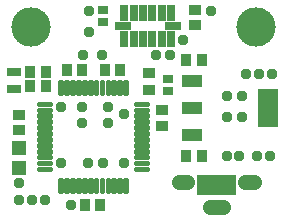
<source format=gbr>
G04 EAGLE Gerber RS-274X export*
G75*
%MOMM*%
%FSLAX34Y34*%
%LPD*%
%INSoldermask Top*%
%IPPOS*%
%AMOC8*
5,1,8,0,0,1.08239X$1,22.5*%
G01*
G04 Define Apertures*
%ADD10C,3.327400*%
%ADD11R,0.847200X0.738300*%
%ADD12R,0.703200X1.403200*%
%ADD13R,1.403200X0.703200*%
%ADD14R,1.803400X1.041400*%
%ADD15R,1.803400X3.302000*%
%ADD16R,0.653200X1.703200*%
%ADD17C,1.303200*%
%ADD18R,0.903200X1.103200*%
%ADD19C,0.362303*%
%ADD20R,1.203200X1.303200*%
%ADD21R,1.103200X0.903200*%
%ADD22R,1.303200X0.803200*%
%ADD23R,1.115000X0.815000*%
%ADD24C,0.959600*%
D10*
X25400Y165100D03*
X215900Y165100D03*
D11*
X86360Y169362D03*
X86360Y179512D03*
D12*
X103826Y177015D03*
X111826Y177015D03*
X119826Y177015D03*
X127826Y177015D03*
X135826Y177015D03*
X143826Y177015D03*
D13*
X144826Y166015D03*
D12*
X143826Y155015D03*
X135826Y155015D03*
X127826Y155015D03*
X119826Y155015D03*
X111826Y155015D03*
X103826Y155015D03*
D13*
X102826Y166015D03*
D14*
X161211Y119779D03*
X161211Y96665D03*
X161211Y73551D03*
D15*
X225219Y96665D03*
D16*
X168980Y31660D03*
X175480Y31660D03*
X181980Y31660D03*
X188480Y31660D03*
X194980Y31660D03*
D17*
X206480Y34160D02*
X213480Y34160D01*
X187480Y12660D02*
X176480Y12660D01*
X157480Y34160D02*
X150480Y34160D01*
D18*
X156437Y56080D03*
X169437Y56080D03*
D19*
X41855Y100205D02*
X31745Y100205D01*
X41855Y100205D02*
X41855Y98795D01*
X31745Y98795D01*
X31745Y100205D01*
X31745Y95205D02*
X41855Y95205D01*
X41855Y93795D01*
X31745Y93795D01*
X31745Y95205D01*
X31745Y90205D02*
X41855Y90205D01*
X41855Y88795D01*
X31745Y88795D01*
X31745Y90205D01*
X31745Y85205D02*
X41855Y85205D01*
X41855Y83795D01*
X31745Y83795D01*
X31745Y85205D01*
X31745Y80205D02*
X41855Y80205D01*
X41855Y78795D01*
X31745Y78795D01*
X31745Y80205D01*
X31745Y75205D02*
X41855Y75205D01*
X41855Y73795D01*
X31745Y73795D01*
X31745Y75205D01*
X31745Y70205D02*
X41855Y70205D01*
X41855Y68795D01*
X31745Y68795D01*
X31745Y70205D01*
X31745Y65205D02*
X41855Y65205D01*
X41855Y63795D01*
X31745Y63795D01*
X31745Y65205D01*
X31745Y60205D02*
X41855Y60205D01*
X41855Y58795D01*
X31745Y58795D01*
X31745Y60205D01*
X31745Y55205D02*
X41855Y55205D01*
X41855Y53795D01*
X31745Y53795D01*
X31745Y55205D01*
X31745Y50205D02*
X41855Y50205D01*
X41855Y48795D01*
X31745Y48795D01*
X31745Y50205D01*
X31745Y45205D02*
X41855Y45205D01*
X41855Y43795D01*
X31745Y43795D01*
X31745Y45205D01*
X49795Y35855D02*
X49795Y25745D01*
X49795Y35855D02*
X51205Y35855D01*
X51205Y25745D01*
X49795Y25745D01*
X49795Y29187D02*
X51205Y29187D01*
X51205Y32629D02*
X49795Y32629D01*
X54795Y35855D02*
X54795Y25745D01*
X54795Y35855D02*
X56205Y35855D01*
X56205Y25745D01*
X54795Y25745D01*
X54795Y29187D02*
X56205Y29187D01*
X56205Y32629D02*
X54795Y32629D01*
X59795Y35855D02*
X59795Y25745D01*
X59795Y35855D02*
X61205Y35855D01*
X61205Y25745D01*
X59795Y25745D01*
X59795Y29187D02*
X61205Y29187D01*
X61205Y32629D02*
X59795Y32629D01*
X64795Y35855D02*
X64795Y25745D01*
X64795Y35855D02*
X66205Y35855D01*
X66205Y25745D01*
X64795Y25745D01*
X64795Y29187D02*
X66205Y29187D01*
X66205Y32629D02*
X64795Y32629D01*
X69795Y35855D02*
X69795Y25745D01*
X69795Y35855D02*
X71205Y35855D01*
X71205Y25745D01*
X69795Y25745D01*
X69795Y29187D02*
X71205Y29187D01*
X71205Y32629D02*
X69795Y32629D01*
X74795Y35855D02*
X74795Y25745D01*
X74795Y35855D02*
X76205Y35855D01*
X76205Y25745D01*
X74795Y25745D01*
X74795Y29187D02*
X76205Y29187D01*
X76205Y32629D02*
X74795Y32629D01*
X79795Y35855D02*
X79795Y25745D01*
X79795Y35855D02*
X81205Y35855D01*
X81205Y25745D01*
X79795Y25745D01*
X79795Y29187D02*
X81205Y29187D01*
X81205Y32629D02*
X79795Y32629D01*
X84795Y35855D02*
X84795Y25745D01*
X84795Y35855D02*
X86205Y35855D01*
X86205Y25745D01*
X84795Y25745D01*
X84795Y29187D02*
X86205Y29187D01*
X86205Y32629D02*
X84795Y32629D01*
X89795Y35855D02*
X89795Y25745D01*
X89795Y35855D02*
X91205Y35855D01*
X91205Y25745D01*
X89795Y25745D01*
X89795Y29187D02*
X91205Y29187D01*
X91205Y32629D02*
X89795Y32629D01*
X94795Y35855D02*
X94795Y25745D01*
X94795Y35855D02*
X96205Y35855D01*
X96205Y25745D01*
X94795Y25745D01*
X94795Y29187D02*
X96205Y29187D01*
X96205Y32629D02*
X94795Y32629D01*
X99795Y35855D02*
X99795Y25745D01*
X99795Y35855D02*
X101205Y35855D01*
X101205Y25745D01*
X99795Y25745D01*
X99795Y29187D02*
X101205Y29187D01*
X101205Y32629D02*
X99795Y32629D01*
X104795Y35855D02*
X104795Y25745D01*
X104795Y35855D02*
X106205Y35855D01*
X106205Y25745D01*
X104795Y25745D01*
X104795Y29187D02*
X106205Y29187D01*
X106205Y32629D02*
X104795Y32629D01*
X114145Y43795D02*
X124255Y43795D01*
X114145Y43795D02*
X114145Y45205D01*
X124255Y45205D01*
X124255Y43795D01*
X124255Y48795D02*
X114145Y48795D01*
X114145Y50205D01*
X124255Y50205D01*
X124255Y48795D01*
X124255Y53795D02*
X114145Y53795D01*
X114145Y55205D01*
X124255Y55205D01*
X124255Y53795D01*
X124255Y58795D02*
X114145Y58795D01*
X114145Y60205D01*
X124255Y60205D01*
X124255Y58795D01*
X124255Y63795D02*
X114145Y63795D01*
X114145Y65205D01*
X124255Y65205D01*
X124255Y63795D01*
X124255Y68795D02*
X114145Y68795D01*
X114145Y70205D01*
X124255Y70205D01*
X124255Y68795D01*
X124255Y73795D02*
X114145Y73795D01*
X114145Y75205D01*
X124255Y75205D01*
X124255Y73795D01*
X124255Y78795D02*
X114145Y78795D01*
X114145Y80205D01*
X124255Y80205D01*
X124255Y78795D01*
X124255Y83795D02*
X114145Y83795D01*
X114145Y85205D01*
X124255Y85205D01*
X124255Y83795D01*
X124255Y88795D02*
X114145Y88795D01*
X114145Y90205D01*
X124255Y90205D01*
X124255Y88795D01*
X124255Y93795D02*
X114145Y93795D01*
X114145Y95205D01*
X124255Y95205D01*
X124255Y93795D01*
X124255Y98795D02*
X114145Y98795D01*
X114145Y100205D01*
X124255Y100205D01*
X124255Y98795D01*
X106205Y108145D02*
X106205Y118255D01*
X106205Y108145D02*
X104795Y108145D01*
X104795Y118255D01*
X106205Y118255D01*
X106205Y111587D02*
X104795Y111587D01*
X104795Y115029D02*
X106205Y115029D01*
X101205Y118255D02*
X101205Y108145D01*
X99795Y108145D01*
X99795Y118255D01*
X101205Y118255D01*
X101205Y111587D02*
X99795Y111587D01*
X99795Y115029D02*
X101205Y115029D01*
X96205Y118255D02*
X96205Y108145D01*
X94795Y108145D01*
X94795Y118255D01*
X96205Y118255D01*
X96205Y111587D02*
X94795Y111587D01*
X94795Y115029D02*
X96205Y115029D01*
X91205Y118255D02*
X91205Y108145D01*
X89795Y108145D01*
X89795Y118255D01*
X91205Y118255D01*
X91205Y111587D02*
X89795Y111587D01*
X89795Y115029D02*
X91205Y115029D01*
X86205Y118255D02*
X86205Y108145D01*
X84795Y108145D01*
X84795Y118255D01*
X86205Y118255D01*
X86205Y111587D02*
X84795Y111587D01*
X84795Y115029D02*
X86205Y115029D01*
X81205Y118255D02*
X81205Y108145D01*
X79795Y108145D01*
X79795Y118255D01*
X81205Y118255D01*
X81205Y111587D02*
X79795Y111587D01*
X79795Y115029D02*
X81205Y115029D01*
X76205Y118255D02*
X76205Y108145D01*
X74795Y108145D01*
X74795Y118255D01*
X76205Y118255D01*
X76205Y111587D02*
X74795Y111587D01*
X74795Y115029D02*
X76205Y115029D01*
X71205Y118255D02*
X71205Y108145D01*
X69795Y108145D01*
X69795Y118255D01*
X71205Y118255D01*
X71205Y111587D02*
X69795Y111587D01*
X69795Y115029D02*
X71205Y115029D01*
X66205Y118255D02*
X66205Y108145D01*
X64795Y108145D01*
X64795Y118255D01*
X66205Y118255D01*
X66205Y111587D02*
X64795Y111587D01*
X64795Y115029D02*
X66205Y115029D01*
X61205Y118255D02*
X61205Y108145D01*
X59795Y108145D01*
X59795Y118255D01*
X61205Y118255D01*
X61205Y111587D02*
X59795Y111587D01*
X59795Y115029D02*
X61205Y115029D01*
X56205Y118255D02*
X56205Y108145D01*
X54795Y108145D01*
X54795Y118255D01*
X56205Y118255D01*
X56205Y111587D02*
X54795Y111587D01*
X54795Y115029D02*
X56205Y115029D01*
X51205Y118255D02*
X51205Y108145D01*
X49795Y108145D01*
X49795Y118255D01*
X51205Y118255D01*
X51205Y111587D02*
X49795Y111587D01*
X49795Y115029D02*
X51205Y115029D01*
D20*
X15000Y62500D03*
X15000Y45500D03*
D21*
X164000Y179500D03*
X164000Y166500D03*
D18*
X169500Y137000D03*
X156500Y137000D03*
D21*
X15000Y77500D03*
X15000Y90500D03*
D18*
X87500Y129000D03*
X100500Y129000D03*
D21*
X136000Y94500D03*
X136000Y81500D03*
D18*
X70500Y14000D03*
X83500Y14000D03*
X68500Y129000D03*
X55500Y129000D03*
D22*
X11000Y127000D03*
X11000Y113000D03*
D18*
X24500Y127000D03*
X37500Y127000D03*
X24500Y115000D03*
X37500Y115000D03*
D23*
X125000Y126500D03*
X125000Y111500D03*
D11*
X141000Y121075D03*
X141000Y110925D03*
D24*
X216000Y56000D03*
X227000Y56000D03*
X207000Y125000D03*
X218000Y125000D03*
X229000Y125000D03*
X15000Y19000D03*
X26000Y19000D03*
X37000Y19000D03*
X191000Y56000D03*
X90000Y84000D03*
X201000Y56000D03*
X104000Y91068D03*
X50000Y50000D03*
X74000Y161000D03*
X131000Y141000D03*
X104000Y50000D03*
X73000Y50000D03*
X143000Y141000D03*
X154000Y154000D03*
X86000Y50000D03*
X191000Y107000D03*
X204000Y107000D03*
X191000Y89000D03*
X204000Y89000D03*
X15000Y33000D03*
X59000Y14000D03*
X69000Y141000D03*
X85000Y141000D03*
X74000Y179000D03*
X177000Y179000D03*
X68000Y97000D03*
X68000Y84000D03*
X50000Y97000D03*
X90000Y97000D03*
M02*

</source>
